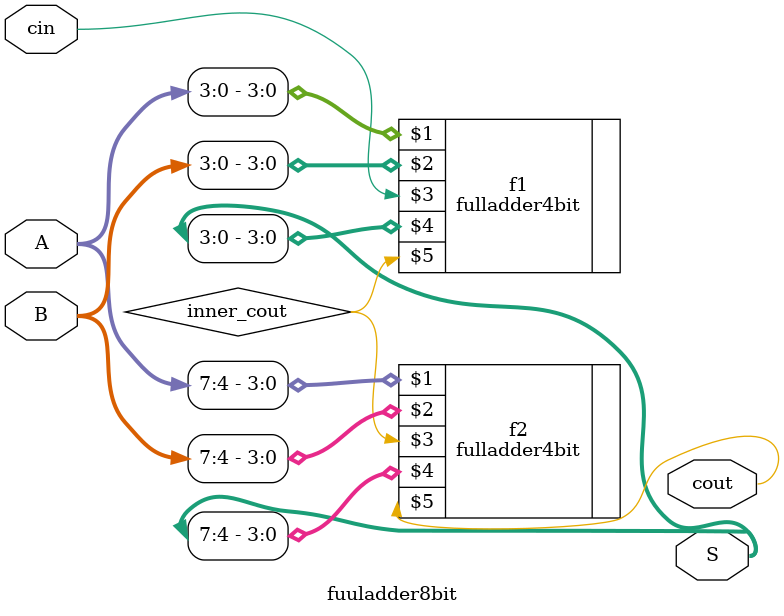
<source format=v>
`timescale 1ns / 1ps
module fuuladder8bit(A, B, cin, S, cout);
	input [7:0] A, B;
	input cin;
	output [7:0] S;
	output cout;
	wire [7:0] C;
	wire inner_cout;
	
	fulladder4bit f1(A[3:0], B[3:0], cin, S[3:0], inner_cout);
	fulladder4bit f2(A[7:4], B[7:4], inner_cout, S[7:4], cout);

endmodule

</source>
